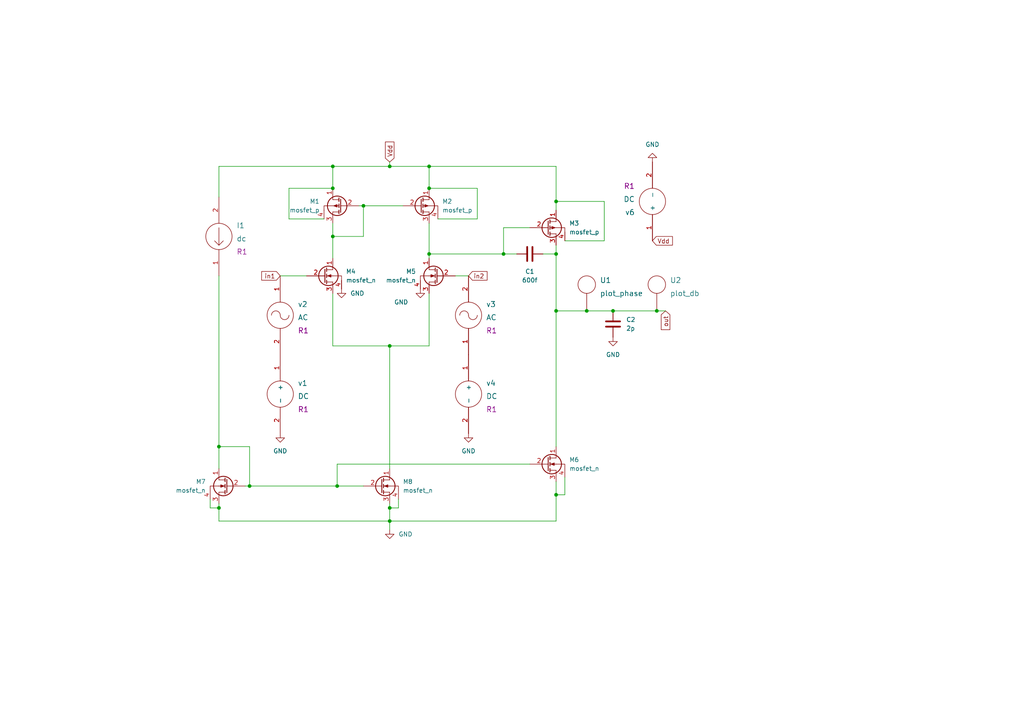
<source format=kicad_sch>
(kicad_sch (version 20211123) (generator eeschema)

  (uuid 3e930c8a-aef0-4208-b474-c51b47c52314)

  (paper "A4")

  (lib_symbols
    (symbol "eSim_Devices:capacitor" (pin_numbers hide) (pin_names (offset 0.254)) (in_bom yes) (on_board yes)
      (property "Reference" "C" (id 0) (at 0.635 2.54 0)
        (effects (font (size 1.27 1.27)) (justify left))
      )
      (property "Value" "capacitor" (id 1) (at 0.635 -2.54 0)
        (effects (font (size 1.27 1.27)) (justify left))
      )
      (property "Footprint" "" (id 2) (at 0.9652 -3.81 0)
        (effects (font (size 0.762 0.762)))
      )
      (property "Datasheet" "" (id 3) (at 0 0 0)
        (effects (font (size 1.524 1.524)))
      )
      (property "ki_fp_filters" "C_*" (id 4) (at 0 0 0)
        (effects (font (size 1.27 1.27)) hide)
      )
      (symbol "capacitor_0_1"
        (polyline
          (pts
            (xy -2.032 -0.762)
            (xy 2.032 -0.762)
          )
          (stroke (width 0.508) (type default) (color 0 0 0 0))
          (fill (type none))
        )
        (polyline
          (pts
            (xy -2.032 0.762)
            (xy 2.032 0.762)
          )
          (stroke (width 0.508) (type default) (color 0 0 0 0))
          (fill (type none))
        )
      )
      (symbol "capacitor_1_1"
        (pin passive line (at 0 3.81 270) (length 2.794)
          (name "~" (effects (font (size 1.016 1.016))))
          (number "1" (effects (font (size 1.016 1.016))))
        )
        (pin passive line (at 0 -3.81 90) (length 2.794)
          (name "~" (effects (font (size 1.016 1.016))))
          (number "2" (effects (font (size 1.016 1.016))))
        )
      )
    )
    (symbol "eSim_Devices:mosfet_n" (pin_names (offset 0) hide) (in_bom yes) (on_board yes)
      (property "Reference" "M" (id 0) (at 0 -3.81 0)
        (effects (font (size 1.27 1.27)) (justify right))
      )
      (property "Value" "mosfet_n" (id 1) (at 2.54 -1.27 0)
        (effects (font (size 1.27 1.27)) (justify right))
      )
      (property "Footprint" "" (id 2) (at 7.62 -7.62 0)
        (effects (font (size 0.7366 0.7366)))
      )
      (property "Datasheet" "" (id 3) (at 2.54 -5.08 0)
        (effects (font (size 1.524 1.524)))
      )
      (symbol "mosfet_n_0_1"
        (polyline
          (pts
            (xy 3.302 -7.366)
            (xy 3.302 -6.35)
          )
          (stroke (width 0.254) (type default) (color 0 0 0 0))
          (fill (type none))
        )
        (polyline
          (pts
            (xy 3.302 -6.858)
            (xy 5.08 -6.858)
          )
          (stroke (width 0) (type default) (color 0 0 0 0))
          (fill (type none))
        )
        (polyline
          (pts
            (xy 3.302 -5.588)
            (xy 3.302 -4.572)
          )
          (stroke (width 0.254) (type default) (color 0 0 0 0))
          (fill (type none))
        )
        (polyline
          (pts
            (xy 3.302 -5.08)
            (xy 5.08 -5.08)
          )
          (stroke (width 0) (type default) (color 0 0 0 0))
          (fill (type none))
        )
        (polyline
          (pts
            (xy 3.302 -3.81)
            (xy 3.302 -2.794)
          )
          (stroke (width 0.254) (type default) (color 0 0 0 0))
          (fill (type none))
        )
        (polyline
          (pts
            (xy 3.302 -3.302)
            (xy 5.08 -3.302)
          )
          (stroke (width 0) (type default) (color 0 0 0 0))
          (fill (type none))
        )
        (polyline
          (pts
            (xy 5.08 -7.62)
            (xy 5.08 -6.858)
          )
          (stroke (width 0) (type default) (color 0 0 0 0))
          (fill (type none))
        )
        (polyline
          (pts
            (xy 5.08 -3.302)
            (xy 5.08 -2.54)
          )
          (stroke (width 0) (type default) (color 0 0 0 0))
          (fill (type none))
        )
        (polyline
          (pts
            (xy 2.794 -6.985)
            (xy 2.794 -3.175)
            (xy 2.794 -3.175)
          )
          (stroke (width 0.254) (type default) (color 0 0 0 0))
          (fill (type none))
        )
        (polyline
          (pts
            (xy 5.08 -5.08)
            (xy 7.62 -5.08)
            (xy 7.62 -6.35)
          )
          (stroke (width 0) (type default) (color 0 0 0 0))
          (fill (type none))
        )
        (polyline
          (pts
            (xy 3.556 -5.08)
            (xy 4.572 -5.461)
            (xy 4.572 -4.699)
            (xy 3.556 -5.08)
          )
          (stroke (width 0) (type default) (color 0 0 0 0))
          (fill (type outline))
        )
        (circle (center 3.81 -5.08) (radius 2.8194)
          (stroke (width 0.254) (type default) (color 0 0 0 0))
          (fill (type none))
        )
      )
      (symbol "mosfet_n_1_1"
        (pin passive line (at 5.08 0 270) (length 2.54)
          (name "D" (effects (font (size 1.27 1.27))))
          (number "1" (effects (font (size 1.27 1.27))))
        )
        (pin passive line (at -2.54 -5.08 0) (length 5.334)
          (name "G" (effects (font (size 1.27 1.27))))
          (number "2" (effects (font (size 1.27 1.27))))
        )
        (pin passive line (at 5.08 -10.16 90) (length 2.54)
          (name "S" (effects (font (size 1.27 1.27))))
          (number "3" (effects (font (size 1.27 1.27))))
        )
        (pin passive line (at 7.62 -8.89 90) (length 2.4892)
          (name "B" (effects (font (size 1.1938 1.1938))))
          (number "4" (effects (font (size 1.1938 1.1938))))
        )
      )
    )
    (symbol "eSim_Devices:mosfet_p" (pin_names (offset 0) hide) (in_bom yes) (on_board yes)
      (property "Reference" "M" (id 0) (at -1.27 1.27 0)
        (effects (font (size 1.27 1.27)) (justify right))
      )
      (property "Value" "mosfet_p" (id 1) (at 1.27 3.81 0)
        (effects (font (size 1.27 1.27)) (justify right))
      )
      (property "Footprint" "" (id 2) (at 6.35 2.54 0)
        (effects (font (size 0.7366 0.7366)))
      )
      (property "Datasheet" "" (id 3) (at 1.27 0 0)
        (effects (font (size 1.524 1.524)))
      )
      (symbol "mosfet_p_0_1"
        (polyline
          (pts
            (xy 2.032 -1.778)
            (xy 3.81 -1.778)
          )
          (stroke (width 0) (type default) (color 0 0 0 0))
          (fill (type none))
        )
        (polyline
          (pts
            (xy 2.032 -1.27)
            (xy 2.032 -2.286)
          )
          (stroke (width 0.254) (type default) (color 0 0 0 0))
          (fill (type none))
        )
        (polyline
          (pts
            (xy 2.032 0)
            (xy 3.81 0)
          )
          (stroke (width 0) (type default) (color 0 0 0 0))
          (fill (type none))
        )
        (polyline
          (pts
            (xy 2.032 0.508)
            (xy 2.032 -0.508)
          )
          (stroke (width 0.254) (type default) (color 0 0 0 0))
          (fill (type none))
        )
        (polyline
          (pts
            (xy 2.032 1.778)
            (xy 3.81 1.778)
          )
          (stroke (width 0) (type default) (color 0 0 0 0))
          (fill (type none))
        )
        (polyline
          (pts
            (xy 2.032 2.286)
            (xy 2.032 1.27)
          )
          (stroke (width 0.254) (type default) (color 0 0 0 0))
          (fill (type none))
        )
        (polyline
          (pts
            (xy 3.81 -1.778)
            (xy 3.81 -2.54)
          )
          (stroke (width 0) (type default) (color 0 0 0 0))
          (fill (type none))
        )
        (polyline
          (pts
            (xy 3.81 2.54)
            (xy 3.81 1.778)
          )
          (stroke (width 0) (type default) (color 0 0 0 0))
          (fill (type none))
        )
        (polyline
          (pts
            (xy 1.524 1.905)
            (xy 1.524 -1.905)
            (xy 1.524 -1.905)
          )
          (stroke (width 0.254) (type default) (color 0 0 0 0))
          (fill (type none))
        )
        (polyline
          (pts
            (xy 3.81 0)
            (xy 6.35 0)
            (xy 6.35 -1.27)
          )
          (stroke (width 0) (type default) (color 0 0 0 0))
          (fill (type none))
        )
        (polyline
          (pts
            (xy 3.556 0)
            (xy 2.54 -0.381)
            (xy 2.54 0.381)
            (xy 3.556 0)
          )
          (stroke (width 0) (type default) (color 0 0 0 0))
          (fill (type outline))
        )
        (circle (center 2.54 0) (radius 2.8194)
          (stroke (width 0.254) (type default) (color 0 0 0 0))
          (fill (type none))
        )
      )
      (symbol "mosfet_p_1_1"
        (pin passive line (at 3.81 5.08 270) (length 2.54)
          (name "D" (effects (font (size 1.27 1.27))))
          (number "1" (effects (font (size 1.27 1.27))))
        )
        (pin passive line (at -3.81 0 0) (length 5.334)
          (name "G" (effects (font (size 1.27 1.27))))
          (number "2" (effects (font (size 1.27 1.27))))
        )
        (pin passive line (at 3.81 -5.08 90) (length 2.54)
          (name "S" (effects (font (size 1.27 1.27))))
          (number "3" (effects (font (size 1.27 1.27))))
        )
        (pin passive line (at 6.35 -3.81 90) (length 2.54)
          (name "B" (effects (font (size 1.27 1.27))))
          (number "4" (effects (font (size 1.27 1.27))))
        )
      )
    )
    (symbol "eSim_Plot:plot_db" (pin_names (offset 1.016)) (in_bom yes) (on_board yes)
      (property "Reference" "U" (id 0) (at 0 12.7 0)
        (effects (font (size 1.524 1.524)))
      )
      (property "Value" "plot_db" (id 1) (at 5.08 8.89 0)
        (effects (font (size 1.524 1.524)))
      )
      (property "Footprint" "" (id 2) (at 0 0 0)
        (effects (font (size 1.524 1.524)))
      )
      (property "Datasheet" "" (id 3) (at 0 0 0)
        (effects (font (size 1.524 1.524)))
      )
      (symbol "plot_db_0_1"
        (circle (center 0 12.7) (radius 2.54)
          (stroke (width 0) (type default) (color 0 0 0 0))
          (fill (type none))
        )
      )
      (symbol "plot_db_1_1"
        (pin input line (at 0 5.08 90) (length 5.08)
          (name "~" (effects (font (size 1.27 1.27))))
          (number "~" (effects (font (size 1.27 1.27))))
        )
      )
    )
    (symbol "eSim_Plot:plot_phase" (pin_names (offset 1.016)) (in_bom yes) (on_board yes)
      (property "Reference" "U" (id 0) (at 0 12.7 0)
        (effects (font (size 1.524 1.524)))
      )
      (property "Value" "plot_phase" (id 1) (at 6.35 8.89 0)
        (effects (font (size 1.524 1.524)))
      )
      (property "Footprint" "" (id 2) (at 0 0 0)
        (effects (font (size 1.524 1.524)))
      )
      (property "Datasheet" "" (id 3) (at 0 0 0)
        (effects (font (size 1.524 1.524)))
      )
      (symbol "plot_phase_0_1"
        (circle (center 0 12.7) (radius 2.54)
          (stroke (width 0) (type default) (color 0 0 0 0))
          (fill (type none))
        )
      )
      (symbol "plot_phase_1_1"
        (pin input line (at 0 5.08 90) (length 5.08)
          (name "~" (effects (font (size 1.27 1.27))))
          (number "~" (effects (font (size 1.27 1.27))))
        )
      )
    )
    (symbol "eSim_Power:eSim_GND" (power) (pin_names (offset 0)) (in_bom yes) (on_board yes)
      (property "Reference" "#PWR" (id 0) (at 0 -6.35 0)
        (effects (font (size 1.27 1.27)) hide)
      )
      (property "Value" "eSim_GND" (id 1) (at 0 -3.81 0)
        (effects (font (size 1.27 1.27)))
      )
      (property "Footprint" "" (id 2) (at 0 0 0)
        (effects (font (size 1.27 1.27)) hide)
      )
      (property "Datasheet" "" (id 3) (at 0 0 0)
        (effects (font (size 1.27 1.27)) hide)
      )
      (symbol "eSim_GND_0_1"
        (polyline
          (pts
            (xy 0 0)
            (xy 0 -1.27)
            (xy 1.27 -1.27)
            (xy 0 -2.54)
            (xy -1.27 -1.27)
            (xy 0 -1.27)
          )
          (stroke (width 0) (type default) (color 0 0 0 0))
          (fill (type none))
        )
      )
      (symbol "eSim_GND_1_1"
        (pin power_in line (at 0 0 270) (length 0) hide
          (name "GND" (effects (font (size 1.27 1.27))))
          (number "1" (effects (font (size 1.27 1.27))))
        )
      )
    )
    (symbol "eSim_Sources:AC" (pin_names (offset 1.016)) (in_bom yes) (on_board yes)
      (property "Reference" "v" (id 0) (at -5.08 2.54 0)
        (effects (font (size 1.524 1.524)))
      )
      (property "Value" "AC" (id 1) (at -5.08 -1.27 0)
        (effects (font (size 1.524 1.524)))
      )
      (property "Footprint" "R1" (id 2) (at -7.62 0 0)
        (effects (font (size 1.524 1.524)))
      )
      (property "Datasheet" "" (id 3) (at 0 0 0)
        (effects (font (size 1.524 1.524)))
      )
      (property "ki_fp_filters" "1_pin" (id 4) (at 0 0 0)
        (effects (font (size 1.27 1.27)) hide)
      )
      (symbol "AC_0_1"
        (arc (start 0 0) (mid -1.27 1.27) (end -2.54 0)
          (stroke (width 0) (type default) (color 0 0 0 0))
          (fill (type none))
        )
        (arc (start 0 0) (mid 1.27 -1.27) (end 2.54 0)
          (stroke (width 0) (type default) (color 0 0 0 0))
          (fill (type none))
        )
        (circle (center 0 0) (radius 3.81)
          (stroke (width 0) (type default) (color 0 0 0 0))
          (fill (type none))
        )
      )
      (symbol "AC_1_1"
        (pin input line (at 0 11.43 270) (length 7.62)
          (name "+" (effects (font (size 0 0))))
          (number "1" (effects (font (size 1.27 1.27))))
        )
        (pin input line (at 0 -11.43 90) (length 7.62)
          (name "-" (effects (font (size 0 0))))
          (number "2" (effects (font (size 1.27 1.27))))
        )
      )
    )
    (symbol "eSim_Sources:DC" (pin_names (offset 1.016)) (in_bom yes) (on_board yes)
      (property "Reference" "v" (id 0) (at -5.08 2.54 0)
        (effects (font (size 1.524 1.524)))
      )
      (property "Value" "DC" (id 1) (at -5.08 -1.27 0)
        (effects (font (size 1.524 1.524)))
      )
      (property "Footprint" "R1" (id 2) (at -7.62 0 0)
        (effects (font (size 1.524 1.524)))
      )
      (property "Datasheet" "" (id 3) (at 0 0 0)
        (effects (font (size 1.524 1.524)))
      )
      (property "ki_fp_filters" "1_pin" (id 4) (at 0 0 0)
        (effects (font (size 1.27 1.27)) hide)
      )
      (symbol "DC_0_1"
        (circle (center 0 0) (radius 3.81)
          (stroke (width 0) (type default) (color 0 0 0 0))
          (fill (type none))
        )
      )
      (symbol "DC_1_1"
        (pin power_out line (at 0 11.43 270) (length 7.62)
          (name "+" (effects (font (size 1.27 1.27))))
          (number "1" (effects (font (size 1.27 1.27))))
        )
        (pin power_out line (at 0 -11.43 90) (length 7.62)
          (name "-" (effects (font (size 1.27 1.27))))
          (number "2" (effects (font (size 1.27 1.27))))
        )
      )
    )
    (symbol "eSim_Sources:dc" (pin_names (offset 1.016)) (in_bom yes) (on_board yes)
      (property "Reference" "I" (id 0) (at -5.08 2.54 0)
        (effects (font (size 1.524 1.524)))
      )
      (property "Value" "dc" (id 1) (at -5.08 -1.27 0)
        (effects (font (size 1.524 1.524)))
      )
      (property "Footprint" "R1" (id 2) (at -7.62 0 0)
        (effects (font (size 1.524 1.524)))
      )
      (property "Datasheet" "" (id 3) (at 0 0 0)
        (effects (font (size 1.524 1.524)))
      )
      (property "ki_fp_filters" "1_pin" (id 4) (at 0 0 0)
        (effects (font (size 1.27 1.27)) hide)
      )
      (symbol "dc_0_1"
        (polyline
          (pts
            (xy 0 -2.54)
            (xy 0 -2.54)
          )
          (stroke (width 0) (type default) (color 0 0 0 0))
          (fill (type none))
        )
        (polyline
          (pts
            (xy 0 2.54)
            (xy -1.27 1.27)
          )
          (stroke (width 0) (type default) (color 0 0 0 0))
          (fill (type none))
        )
        (polyline
          (pts
            (xy 0 2.54)
            (xy 0 -2.54)
          )
          (stroke (width 0) (type default) (color 0 0 0 0))
          (fill (type none))
        )
        (polyline
          (pts
            (xy 0 2.54)
            (xy 1.27 1.27)
          )
          (stroke (width 0) (type default) (color 0 0 0 0))
          (fill (type none))
        )
        (circle (center 0 0) (radius 3.81)
          (stroke (width 0) (type default) (color 0 0 0 0))
          (fill (type none))
        )
      )
      (symbol "dc_1_1"
        (pin passive line (at 0 11.43 270) (length 7.62)
          (name "~" (effects (font (size 1.27 1.27))))
          (number "1" (effects (font (size 1.27 1.27))))
        )
        (pin passive line (at 0 -11.43 90) (length 7.62)
          (name "~" (effects (font (size 1.27 1.27))))
          (number "2" (effects (font (size 1.27 1.27))))
        )
      )
    )
  )

  (junction (at 177.8 90.17) (diameter 0) (color 0 0 0 0)
    (uuid 23740e8d-2c24-4a84-a932-1857b63d5647)
  )
  (junction (at 124.46 48.26) (diameter 0) (color 0 0 0 0)
    (uuid 2953a720-0d86-49fe-b58c-8c6291943f0f)
  )
  (junction (at 161.29 73.66) (diameter 0) (color 0 0 0 0)
    (uuid 2fa18a60-3b0a-47b7-bd04-322951a12ea1)
  )
  (junction (at 113.03 147.32) (diameter 0) (color 0 0 0 0)
    (uuid 35395efb-e2ad-4f3d-9daa-fe00805a60f9)
  )
  (junction (at 113.03 48.26) (diameter 0) (color 0 0 0 0)
    (uuid 3da07334-cf8d-4442-8f21-adc904af9215)
  )
  (junction (at 161.29 90.17) (diameter 0) (color 0 0 0 0)
    (uuid 3e3cb9ec-3aee-47bb-a29e-51aa5da58093)
  )
  (junction (at 161.29 58.42) (diameter 0) (color 0 0 0 0)
    (uuid 3e96a495-3985-4c6c-a87d-783aca3f32ac)
  )
  (junction (at 113.03 151.13) (diameter 0) (color 0 0 0 0)
    (uuid 41e6f5aa-c969-4383-91da-ca567d6b8efd)
  )
  (junction (at 113.03 100.33) (diameter 0) (color 0 0 0 0)
    (uuid 4a6616b7-97b4-4430-9da1-3174813b5992)
  )
  (junction (at 96.52 68.58) (diameter 0) (color 0 0 0 0)
    (uuid 4b372a70-6322-4a45-aca5-9bee4ec5f66b)
  )
  (junction (at 146.05 73.66) (diameter 0) (color 0 0 0 0)
    (uuid 4babb3c9-ee60-477b-86f1-ff12ebae82eb)
  )
  (junction (at 124.46 73.66) (diameter 0) (color 0 0 0 0)
    (uuid 6e2ae9ab-fc46-485f-8d7c-8071bf887660)
  )
  (junction (at 97.79 140.97) (diameter 0) (color 0 0 0 0)
    (uuid 96d43853-9fc6-49d1-9f95-93518f6958eb)
  )
  (junction (at 170.18 90.17) (diameter 0) (color 0 0 0 0)
    (uuid a50fb26d-413a-497c-a37e-a32c297ddebb)
  )
  (junction (at 63.5 147.32) (diameter 0) (color 0 0 0 0)
    (uuid aa8af83f-6c83-43c3-8c0c-a40a9527ff4c)
  )
  (junction (at 96.52 48.26) (diameter 0) (color 0 0 0 0)
    (uuid cb9e7d3c-6ab3-4983-a4bb-8cd9ad93bb6f)
  )
  (junction (at 190.5 90.17) (diameter 0) (color 0 0 0 0)
    (uuid d4b7336d-24bc-4864-ad16-70398f9f0bb0)
  )
  (junction (at 96.52 54.61) (diameter 0) (color 0 0 0 0)
    (uuid d584f56f-fcba-4933-af67-8cb9972c5740)
  )
  (junction (at 161.29 143.51) (diameter 0) (color 0 0 0 0)
    (uuid e2622855-7ce6-4659-9c16-8f20a9dc7cbd)
  )
  (junction (at 124.46 54.61) (diameter 0) (color 0 0 0 0)
    (uuid e4ee8c18-3314-4b90-8f81-a3678fd64f86)
  )
  (junction (at 63.5 129.54) (diameter 0) (color 0 0 0 0)
    (uuid e87bf19a-0a4c-4a37-8ee6-91383138b9e5)
  )
  (junction (at 72.39 140.97) (diameter 0) (color 0 0 0 0)
    (uuid e9a96a49-1ccd-42cd-86d2-75bfc43450fb)
  )
  (junction (at 105.41 59.69) (diameter 0) (color 0 0 0 0)
    (uuid eab495b2-36c3-4da7-8485-7c00a17c5d1d)
  )

  (wire (pts (xy 124.46 54.61) (xy 138.43 54.61))
    (stroke (width 0) (type default) (color 0 0 0 0))
    (uuid 03b45f14-9d21-450d-8ecd-5c202bf41ebe)
  )
  (wire (pts (xy 113.03 100.33) (xy 113.03 135.89))
    (stroke (width 0) (type default) (color 0 0 0 0))
    (uuid 03d223ad-99bb-450b-8d45-74b4b228cb83)
  )
  (wire (pts (xy 72.39 140.97) (xy 97.79 140.97))
    (stroke (width 0) (type default) (color 0 0 0 0))
    (uuid 04a22922-449a-4a53-b880-bf240be048e2)
  )
  (wire (pts (xy 124.46 64.77) (xy 124.46 73.66))
    (stroke (width 0) (type default) (color 0 0 0 0))
    (uuid 09156a2b-d685-4a0b-a00c-f6387d8006fd)
  )
  (wire (pts (xy 161.29 73.66) (xy 161.29 90.17))
    (stroke (width 0) (type default) (color 0 0 0 0))
    (uuid 14b8e575-15b0-4429-8326-00b0fd64722a)
  )
  (wire (pts (xy 113.03 147.32) (xy 113.03 151.13))
    (stroke (width 0) (type default) (color 0 0 0 0))
    (uuid 26c84a90-eba7-4772-b14a-f03223f50cae)
  )
  (wire (pts (xy 161.29 71.12) (xy 161.29 73.66))
    (stroke (width 0) (type default) (color 0 0 0 0))
    (uuid 2928179d-55c6-452b-825e-903a25f36388)
  )
  (wire (pts (xy 96.52 64.77) (xy 96.52 68.58))
    (stroke (width 0) (type default) (color 0 0 0 0))
    (uuid 2aee71db-43d2-4792-bed3-059bd1a16a6c)
  )
  (wire (pts (xy 175.26 69.85) (xy 175.26 58.42))
    (stroke (width 0) (type default) (color 0 0 0 0))
    (uuid 2b38064e-6bb2-4de4-a275-fb13bb9e63f3)
  )
  (wire (pts (xy 163.83 138.43) (xy 163.83 143.51))
    (stroke (width 0) (type default) (color 0 0 0 0))
    (uuid 2e0467f6-2ebd-4421-83c6-f931914f673c)
  )
  (wire (pts (xy 163.83 69.85) (xy 175.26 69.85))
    (stroke (width 0) (type default) (color 0 0 0 0))
    (uuid 2e8fb7ad-325d-4784-86d6-5db39dda7a5c)
  )
  (wire (pts (xy 115.57 144.78) (xy 115.57 147.32))
    (stroke (width 0) (type default) (color 0 0 0 0))
    (uuid 38b75df2-11b2-46d6-bd31-e5d939d40031)
  )
  (wire (pts (xy 146.05 73.66) (xy 149.86 73.66))
    (stroke (width 0) (type default) (color 0 0 0 0))
    (uuid 3ab600cf-f8a4-462e-91cc-da54095f8e1f)
  )
  (wire (pts (xy 124.46 73.66) (xy 146.05 73.66))
    (stroke (width 0) (type default) (color 0 0 0 0))
    (uuid 3c7390b9-db2f-4723-b4f7-d0c63661d849)
  )
  (wire (pts (xy 132.08 80.01) (xy 135.89 80.01))
    (stroke (width 0) (type default) (color 0 0 0 0))
    (uuid 4511d785-dc75-47b2-8a7d-b2b32e345186)
  )
  (wire (pts (xy 97.79 140.97) (xy 105.41 140.97))
    (stroke (width 0) (type default) (color 0 0 0 0))
    (uuid 475c62af-0bac-44b7-9089-30109ebc4e13)
  )
  (wire (pts (xy 63.5 57.15) (xy 63.5 48.26))
    (stroke (width 0) (type default) (color 0 0 0 0))
    (uuid 482512e4-6e4d-4c97-9918-cbc6e9d829fb)
  )
  (wire (pts (xy 83.82 54.61) (xy 96.52 54.61))
    (stroke (width 0) (type default) (color 0 0 0 0))
    (uuid 4958af75-77d2-454b-abc7-844fc1fad39b)
  )
  (wire (pts (xy 60.96 144.78) (xy 60.96 147.32))
    (stroke (width 0) (type default) (color 0 0 0 0))
    (uuid 4cb62860-604d-4eee-8f42-2116f53f29ac)
  )
  (wire (pts (xy 63.5 151.13) (xy 113.03 151.13))
    (stroke (width 0) (type default) (color 0 0 0 0))
    (uuid 4cd6a514-ba97-4409-b156-9912aa9956d8)
  )
  (wire (pts (xy 81.28 80.01) (xy 88.9 80.01))
    (stroke (width 0) (type default) (color 0 0 0 0))
    (uuid 4d21b7c0-7355-4633-98cd-7f594fe86dc7)
  )
  (wire (pts (xy 96.52 68.58) (xy 96.52 74.93))
    (stroke (width 0) (type default) (color 0 0 0 0))
    (uuid 50e9b2f2-c085-4a0d-8008-5475a21e9a63)
  )
  (wire (pts (xy 63.5 129.54) (xy 63.5 135.89))
    (stroke (width 0) (type default) (color 0 0 0 0))
    (uuid 5242816a-759f-402d-bfb1-29ab8cb5b631)
  )
  (wire (pts (xy 113.03 146.05) (xy 113.03 147.32))
    (stroke (width 0) (type default) (color 0 0 0 0))
    (uuid 5255d87e-ebb3-45dc-aaa6-ec2a221addb0)
  )
  (wire (pts (xy 63.5 146.05) (xy 63.5 147.32))
    (stroke (width 0) (type default) (color 0 0 0 0))
    (uuid 5adbe1d8-6345-430f-b5fe-294c8b8fad70)
  )
  (wire (pts (xy 104.14 59.69) (xy 105.41 59.69))
    (stroke (width 0) (type default) (color 0 0 0 0))
    (uuid 632123a4-b30f-4402-9c09-58fe582a847f)
  )
  (wire (pts (xy 72.39 129.54) (xy 72.39 140.97))
    (stroke (width 0) (type default) (color 0 0 0 0))
    (uuid 63ed4b2c-5458-470a-8f8b-d5e5e1e41554)
  )
  (wire (pts (xy 96.52 48.26) (xy 113.03 48.26))
    (stroke (width 0) (type default) (color 0 0 0 0))
    (uuid 64ff8f29-eaa0-493c-a81a-86e2d10aab11)
  )
  (wire (pts (xy 161.29 139.7) (xy 161.29 143.51))
    (stroke (width 0) (type default) (color 0 0 0 0))
    (uuid 6fe50e1d-b8c1-4c12-bfe9-93e346237b00)
  )
  (wire (pts (xy 124.46 48.26) (xy 161.29 48.26))
    (stroke (width 0) (type default) (color 0 0 0 0))
    (uuid 759070e3-d791-4d34-ad07-7bc15af2a4e8)
  )
  (wire (pts (xy 105.41 59.69) (xy 116.84 59.69))
    (stroke (width 0) (type default) (color 0 0 0 0))
    (uuid 7591eda9-7bd0-4923-96db-80ee503927fc)
  )
  (wire (pts (xy 105.41 59.69) (xy 105.41 68.58))
    (stroke (width 0) (type default) (color 0 0 0 0))
    (uuid 77731ae3-b318-4a4e-980b-0f99a9c3d552)
  )
  (wire (pts (xy 96.52 54.61) (xy 96.52 48.26))
    (stroke (width 0) (type default) (color 0 0 0 0))
    (uuid 7ba8fff9-29d5-4e9f-bfa7-3eff7c6684a3)
  )
  (wire (pts (xy 157.48 73.66) (xy 161.29 73.66))
    (stroke (width 0) (type default) (color 0 0 0 0))
    (uuid 806ebe90-0741-471f-b0f0-a4ed8531e769)
  )
  (wire (pts (xy 124.46 73.66) (xy 124.46 74.93))
    (stroke (width 0) (type default) (color 0 0 0 0))
    (uuid 828d4f26-f517-4d08-840c-e1b2f52fda14)
  )
  (wire (pts (xy 113.03 151.13) (xy 161.29 151.13))
    (stroke (width 0) (type default) (color 0 0 0 0))
    (uuid 86dbf258-2922-4bd9-9dfa-3493733951fb)
  )
  (wire (pts (xy 113.03 147.32) (xy 115.57 147.32))
    (stroke (width 0) (type default) (color 0 0 0 0))
    (uuid 8812af85-74bf-4782-a292-e2ae99cb84ea)
  )
  (wire (pts (xy 161.29 143.51) (xy 161.29 151.13))
    (stroke (width 0) (type default) (color 0 0 0 0))
    (uuid 8882e6b3-d3ae-4ee2-b9d9-45c14fb500a3)
  )
  (wire (pts (xy 177.8 90.17) (xy 190.5 90.17))
    (stroke (width 0) (type default) (color 0 0 0 0))
    (uuid 8ad26073-3cb4-4084-bf00-369f6ca1b19f)
  )
  (wire (pts (xy 113.03 153.67) (xy 113.03 151.13))
    (stroke (width 0) (type default) (color 0 0 0 0))
    (uuid 8fab7ce4-94c9-428c-96ea-cb58ab654cbb)
  )
  (wire (pts (xy 146.05 66.04) (xy 146.05 73.66))
    (stroke (width 0) (type default) (color 0 0 0 0))
    (uuid 8fe8b63a-b3b2-4c6b-8f2b-fe7d6180df58)
  )
  (wire (pts (xy 127 63.5) (xy 138.43 63.5))
    (stroke (width 0) (type default) (color 0 0 0 0))
    (uuid 9f2a608b-6070-4184-9df4-38608a9e0bcb)
  )
  (wire (pts (xy 96.52 100.33) (xy 113.03 100.33))
    (stroke (width 0) (type default) (color 0 0 0 0))
    (uuid a25f970c-9a10-4e3b-9372-b50be5776aba)
  )
  (wire (pts (xy 113.03 100.33) (xy 124.46 100.33))
    (stroke (width 0) (type default) (color 0 0 0 0))
    (uuid a2c3bf4f-cd46-4257-88b2-18c164cf8f2c)
  )
  (wire (pts (xy 63.5 129.54) (xy 72.39 129.54))
    (stroke (width 0) (type default) (color 0 0 0 0))
    (uuid a33d4d8b-a7be-4a08-a9de-8d1b4ccde58f)
  )
  (wire (pts (xy 97.79 134.62) (xy 97.79 140.97))
    (stroke (width 0) (type default) (color 0 0 0 0))
    (uuid a7ce6926-f061-4e40-bc79-b8f551f5400e)
  )
  (wire (pts (xy 153.67 66.04) (xy 146.05 66.04))
    (stroke (width 0) (type default) (color 0 0 0 0))
    (uuid a876edff-7861-439e-8f54-b6eb7a2f6824)
  )
  (wire (pts (xy 161.29 143.51) (xy 163.83 143.51))
    (stroke (width 0) (type default) (color 0 0 0 0))
    (uuid a98657f0-13c9-43a2-b7b3-1acad5c6dd76)
  )
  (wire (pts (xy 170.18 90.17) (xy 177.8 90.17))
    (stroke (width 0) (type default) (color 0 0 0 0))
    (uuid ae3d29ba-eecc-4865-8820-7158c2af8603)
  )
  (wire (pts (xy 138.43 63.5) (xy 138.43 54.61))
    (stroke (width 0) (type default) (color 0 0 0 0))
    (uuid b4aa091b-e8e4-4d5f-a95f-845aa0efe72d)
  )
  (wire (pts (xy 93.98 63.5) (xy 83.82 63.5))
    (stroke (width 0) (type default) (color 0 0 0 0))
    (uuid b699af65-2bf2-4bf0-a44b-a039e47098fa)
  )
  (wire (pts (xy 124.46 48.26) (xy 124.46 54.61))
    (stroke (width 0) (type default) (color 0 0 0 0))
    (uuid b6b02368-0890-4242-b7a3-62af4e2725d0)
  )
  (wire (pts (xy 161.29 90.17) (xy 161.29 129.54))
    (stroke (width 0) (type default) (color 0 0 0 0))
    (uuid b9a4a1fa-bf15-4d8c-83a0-9288f95e8b68)
  )
  (wire (pts (xy 190.5 90.17) (xy 193.04 90.17))
    (stroke (width 0) (type default) (color 0 0 0 0))
    (uuid bb3bff74-6a6d-4af5-b9be-6727123ebd41)
  )
  (wire (pts (xy 161.29 90.17) (xy 170.18 90.17))
    (stroke (width 0) (type default) (color 0 0 0 0))
    (uuid bb55ed04-6aca-41f2-9817-1d0e082485ba)
  )
  (wire (pts (xy 96.52 85.09) (xy 96.52 100.33))
    (stroke (width 0) (type default) (color 0 0 0 0))
    (uuid c715fee0-330e-4973-8d9f-2a5b0e31a352)
  )
  (wire (pts (xy 63.5 48.26) (xy 96.52 48.26))
    (stroke (width 0) (type default) (color 0 0 0 0))
    (uuid c8bd22a3-231f-4a53-a14f-09fe3a0fff54)
  )
  (wire (pts (xy 113.03 46.99) (xy 113.03 48.26))
    (stroke (width 0) (type default) (color 0 0 0 0))
    (uuid c8d16cbb-9ca7-41ca-91bf-695d6dd13828)
  )
  (wire (pts (xy 124.46 85.09) (xy 124.46 100.33))
    (stroke (width 0) (type default) (color 0 0 0 0))
    (uuid d5959a4b-6040-4a34-a3bc-eba9ab445ba1)
  )
  (wire (pts (xy 71.12 140.97) (xy 72.39 140.97))
    (stroke (width 0) (type default) (color 0 0 0 0))
    (uuid da8a7ed6-7a1d-4d9a-b916-b6c8fb25b12c)
  )
  (wire (pts (xy 97.79 134.62) (xy 153.67 134.62))
    (stroke (width 0) (type default) (color 0 0 0 0))
    (uuid dbf7a919-6c8c-43a3-a657-9ee7a5be81c2)
  )
  (wire (pts (xy 161.29 58.42) (xy 175.26 58.42))
    (stroke (width 0) (type default) (color 0 0 0 0))
    (uuid e3b47b6a-d94f-413b-9c0a-617b033fc213)
  )
  (wire (pts (xy 83.82 54.61) (xy 83.82 63.5))
    (stroke (width 0) (type default) (color 0 0 0 0))
    (uuid e53670f4-2cc9-492e-b6e9-2c9b714027ab)
  )
  (wire (pts (xy 60.96 147.32) (xy 63.5 147.32))
    (stroke (width 0) (type default) (color 0 0 0 0))
    (uuid e5bf4b43-318e-4e9e-95cf-1e9de71fa6d0)
  )
  (wire (pts (xy 161.29 58.42) (xy 161.29 60.96))
    (stroke (width 0) (type default) (color 0 0 0 0))
    (uuid e75048f9-143e-448c-9e1a-ecdbff979be2)
  )
  (wire (pts (xy 96.52 68.58) (xy 105.41 68.58))
    (stroke (width 0) (type default) (color 0 0 0 0))
    (uuid e87917e3-f674-4524-98ae-7b2a3d5c3f6b)
  )
  (wire (pts (xy 161.29 48.26) (xy 161.29 58.42))
    (stroke (width 0) (type default) (color 0 0 0 0))
    (uuid f684215e-cabf-4cfb-9140-3a9e0c66fff1)
  )
  (wire (pts (xy 63.5 80.01) (xy 63.5 129.54))
    (stroke (width 0) (type default) (color 0 0 0 0))
    (uuid f84482dd-ac29-4171-9f2d-79b60b349696)
  )
  (wire (pts (xy 113.03 48.26) (xy 124.46 48.26))
    (stroke (width 0) (type default) (color 0 0 0 0))
    (uuid f89a8917-c75c-48ff-8c9e-29e2bfaa21bd)
  )
  (wire (pts (xy 63.5 147.32) (xy 63.5 151.13))
    (stroke (width 0) (type default) (color 0 0 0 0))
    (uuid fd53219e-0e16-4d0a-8f21-3a1421c91a6e)
  )

  (global_label "in1" (shape input) (at 81.28 80.01 180) (fields_autoplaced)
    (effects (font (size 1.27 1.27)) (justify right))
    (uuid 19a1e778-fe47-4573-8199-39ca3d417173)
    (property "Intersheet References" "${INTERSHEET_REFS}" (id 0) (at 75.9036 79.9306 0)
      (effects (font (size 1.27 1.27)) (justify right) hide)
    )
  )
  (global_label "Vdd" (shape input) (at 189.23 69.85 0) (fields_autoplaced)
    (effects (font (size 1.27 1.27)) (justify left))
    (uuid 1e8d7b62-92ee-4636-8b11-896295dffea6)
    (property "Intersheet References" "${INTERSHEET_REFS}" (id 0) (at 195.0298 69.7706 0)
      (effects (font (size 1.27 1.27)) (justify left) hide)
    )
  )
  (global_label "Vdd" (shape input) (at 113.03 46.99 90) (fields_autoplaced)
    (effects (font (size 1.27 1.27)) (justify left))
    (uuid 368ddd80-5a28-410d-9de9-e27436e6fd7a)
    (property "Intersheet References" "${INTERSHEET_REFS}" (id 0) (at 112.9506 41.1902 90)
      (effects (font (size 1.27 1.27)) (justify left) hide)
    )
  )
  (global_label "out" (shape input) (at 193.04 90.17 270) (fields_autoplaced)
    (effects (font (size 1.27 1.27)) (justify right))
    (uuid a98787b5-caae-439c-a0e5-2b80ea071739)
    (property "Intersheet References" "${INTERSHEET_REFS}" (id 0) (at 193.1194 95.6069 90)
      (effects (font (size 1.27 1.27)) (justify right) hide)
    )
  )
  (global_label "in2" (shape input) (at 135.89 80.01 0) (fields_autoplaced)
    (effects (font (size 1.27 1.27)) (justify left))
    (uuid afffee7d-ced4-45e6-83dd-6c9b075d0f14)
    (property "Intersheet References" "${INTERSHEET_REFS}" (id 0) (at 141.2664 79.9306 0)
      (effects (font (size 1.27 1.27)) (justify left) hide)
    )
  )

  (symbol (lib_id "eSim_Sources:DC") (at 135.89 114.3 0) (unit 1)
    (in_bom yes) (on_board yes) (fields_autoplaced)
    (uuid 081470ca-42b1-4d2c-be67-84d30ee09456)
    (property "Reference" "v4" (id 0) (at 140.97 111.125 0)
      (effects (font (size 1.524 1.524)) (justify left))
    )
    (property "Value" "DC" (id 1) (at 140.97 114.935 0)
      (effects (font (size 1.524 1.524)) (justify left))
    )
    (property "Footprint" "R1" (id 2) (at 140.97 118.745 0)
      (effects (font (size 1.524 1.524)) (justify left))
    )
    (property "Datasheet" "" (id 3) (at 135.89 114.3 0)
      (effects (font (size 1.524 1.524)))
    )
    (pin "1" (uuid 90894fe9-4ba8-41c1-a2db-63dfccdd5641))
    (pin "2" (uuid e124066b-feb9-4066-8fd6-b987511b6ae2))
  )

  (symbol (lib_id "eSim_Devices:mosfet_p") (at 120.65 59.69 0) (unit 1)
    (in_bom yes) (on_board yes) (fields_autoplaced)
    (uuid 0bde9d96-44fb-4ddc-8b68-baac0ace7e11)
    (property "Reference" "M2" (id 0) (at 128.27 58.4199 0)
      (effects (font (size 1.27 1.27)) (justify left))
    )
    (property "Value" "mosfet_p" (id 1) (at 128.27 60.9599 0)
      (effects (font (size 1.27 1.27)) (justify left))
    )
    (property "Footprint" "" (id 2) (at 127 57.15 0)
      (effects (font (size 0.7366 0.7366)))
    )
    (property "Datasheet" "" (id 3) (at 121.92 59.69 0)
      (effects (font (size 1.524 1.524)))
    )
    (pin "1" (uuid d66079fa-6266-4275-bbbe-f7758a687ba5))
    (pin "2" (uuid 4aec6f30-ae5f-459f-8056-6c57d914a0c5))
    (pin "3" (uuid 75a562a5-1af8-4a24-85cb-a950b3ea4240))
    (pin "4" (uuid e97b9c95-fe79-413d-97fc-4c9a0496573c))
  )

  (symbol (lib_id "eSim_Sources:DC") (at 189.23 58.42 180) (unit 1)
    (in_bom yes) (on_board yes) (fields_autoplaced)
    (uuid 0d6c508a-ac26-41bb-aecc-91ba4a4cf5a6)
    (property "Reference" "v6" (id 0) (at 184.15 61.595 0)
      (effects (font (size 1.524 1.524)) (justify left))
    )
    (property "Value" "DC" (id 1) (at 184.15 57.785 0)
      (effects (font (size 1.524 1.524)) (justify left))
    )
    (property "Footprint" "R1" (id 2) (at 184.15 53.975 0)
      (effects (font (size 1.524 1.524)) (justify left))
    )
    (property "Datasheet" "" (id 3) (at 189.23 58.42 0)
      (effects (font (size 1.524 1.524)))
    )
    (pin "1" (uuid 19ea905a-d1ce-4ba2-ada4-cc44bbe3c073))
    (pin "2" (uuid 48895fd4-d67a-4adc-be29-8d7e9d224f59))
  )

  (symbol (lib_id "eSim_Plot:plot_db") (at 190.5 95.25 0) (unit 1)
    (in_bom yes) (on_board yes) (fields_autoplaced)
    (uuid 11d65240-96e1-45ef-b1c8-e7b8c21b4764)
    (property "Reference" "U2" (id 0) (at 194.31 81.28 0)
      (effects (font (size 1.524 1.524)) (justify left))
    )
    (property "Value" "plot_db" (id 1) (at 194.31 85.09 0)
      (effects (font (size 1.524 1.524)) (justify left))
    )
    (property "Footprint" "" (id 2) (at 190.5 95.25 0)
      (effects (font (size 1.524 1.524)))
    )
    (property "Datasheet" "" (id 3) (at 190.5 95.25 0)
      (effects (font (size 1.524 1.524)))
    )
    (pin "~" (uuid 178806e6-48f8-4806-b461-705b69dfb546))
  )

  (symbol (lib_id "eSim_Power:eSim_GND") (at 121.92 83.82 0) (unit 1)
    (in_bom yes) (on_board yes)
    (uuid 195afc91-ab80-4c02-8990-f24ae6ba093d)
    (property "Reference" "#PWR02" (id 0) (at 121.92 90.17 0)
      (effects (font (size 1.27 1.27)) hide)
    )
    (property "Value" "eSim_GND" (id 1) (at 114.3 87.63 0)
      (effects (font (size 1.27 1.27)) (justify left))
    )
    (property "Footprint" "" (id 2) (at 121.92 83.82 0)
      (effects (font (size 1.27 1.27)) hide)
    )
    (property "Datasheet" "" (id 3) (at 121.92 83.82 0)
      (effects (font (size 1.27 1.27)) hide)
    )
    (pin "1" (uuid 6be10daf-3216-42e7-8d0c-913a8a389ec4))
  )

  (symbol (lib_id "eSim_Power:eSim_GND") (at 135.89 125.73 0) (unit 1)
    (in_bom yes) (on_board yes) (fields_autoplaced)
    (uuid 2ae30b89-8612-4baf-98e2-12148668b2d9)
    (property "Reference" "#PWR06" (id 0) (at 135.89 132.08 0)
      (effects (font (size 1.27 1.27)) hide)
    )
    (property "Value" "eSim_GND" (id 1) (at 135.89 130.81 0))
    (property "Footprint" "" (id 2) (at 135.89 125.73 0)
      (effects (font (size 1.27 1.27)) hide)
    )
    (property "Datasheet" "" (id 3) (at 135.89 125.73 0)
      (effects (font (size 1.27 1.27)) hide)
    )
    (pin "1" (uuid 0e3c5e7a-0b86-473c-b2a2-67e5631a2c65))
  )

  (symbol (lib_id "eSim_Plot:plot_phase") (at 170.18 95.25 0) (unit 1)
    (in_bom yes) (on_board yes)
    (uuid 310e99e8-c469-4128-ba0f-a92a7571e663)
    (property "Reference" "U1" (id 0) (at 173.99 81.28 0)
      (effects (font (size 1.524 1.524)) (justify left))
    )
    (property "Value" "plot_phase" (id 1) (at 173.99 85.09 0)
      (effects (font (size 1.524 1.524)) (justify left))
    )
    (property "Footprint" "" (id 2) (at 170.18 95.25 0)
      (effects (font (size 1.524 1.524)))
    )
    (property "Datasheet" "" (id 3) (at 170.18 95.25 0)
      (effects (font (size 1.524 1.524)))
    )
    (pin "~" (uuid f731d31b-457f-4801-be06-bcfae84012d1))
  )

  (symbol (lib_id "eSim_Devices:mosfet_n") (at 156.21 129.54 0) (unit 1)
    (in_bom yes) (on_board yes) (fields_autoplaced)
    (uuid 3e31e4dd-50e1-429c-9680-b41c31c756c1)
    (property "Reference" "M6" (id 0) (at 165.1 133.3499 0)
      (effects (font (size 1.27 1.27)) (justify left))
    )
    (property "Value" "mosfet_n" (id 1) (at 165.1 135.8899 0)
      (effects (font (size 1.27 1.27)) (justify left))
    )
    (property "Footprint" "" (id 2) (at 163.83 137.16 0)
      (effects (font (size 0.7366 0.7366)))
    )
    (property "Datasheet" "" (id 3) (at 158.75 134.62 0)
      (effects (font (size 1.524 1.524)))
    )
    (pin "1" (uuid 2b485105-7a8d-4b95-9f63-fbc04c79e131))
    (pin "2" (uuid 4e014abb-29a0-42fe-9872-2f4e649cc29a))
    (pin "3" (uuid 19b45561-998a-4142-880d-94bbb366c0dc))
    (pin "4" (uuid 4ff3c3a4-da84-4c86-83f7-3daa841a6581))
  )

  (symbol (lib_id "eSim_Sources:dc") (at 63.5 68.58 180) (unit 1)
    (in_bom yes) (on_board yes) (fields_autoplaced)
    (uuid 47bb2103-a91b-437c-af2b-83587deb38ce)
    (property "Reference" "I1" (id 0) (at 68.58 65.405 0)
      (effects (font (size 1.524 1.524)) (justify right))
    )
    (property "Value" "dc" (id 1) (at 68.58 69.215 0)
      (effects (font (size 1.524 1.524)) (justify right))
    )
    (property "Footprint" "R1" (id 2) (at 68.58 73.025 0)
      (effects (font (size 1.524 1.524)) (justify right))
    )
    (property "Datasheet" "" (id 3) (at 63.5 68.58 0)
      (effects (font (size 1.524 1.524)))
    )
    (pin "1" (uuid 5da9be63-2967-46b3-a019-597c0ddb2df4))
    (pin "2" (uuid c88c30ea-5e8e-4ef7-ae8e-20b2181f089f))
  )

  (symbol (lib_id "eSim_Sources:DC") (at 81.28 114.3 0) (unit 1)
    (in_bom yes) (on_board yes) (fields_autoplaced)
    (uuid 48ada55f-878c-4238-85d3-dde4d7fc89a3)
    (property "Reference" "v1" (id 0) (at 86.36 111.125 0)
      (effects (font (size 1.524 1.524)) (justify left))
    )
    (property "Value" "DC" (id 1) (at 86.36 114.935 0)
      (effects (font (size 1.524 1.524)) (justify left))
    )
    (property "Footprint" "R1" (id 2) (at 86.36 118.745 0)
      (effects (font (size 1.524 1.524)) (justify left))
    )
    (property "Datasheet" "" (id 3) (at 81.28 114.3 0)
      (effects (font (size 1.524 1.524)))
    )
    (pin "1" (uuid c05ffce3-296f-4ef1-96df-5ac58d8a6085))
    (pin "2" (uuid 3ad9fd34-1964-4148-8af4-3a47f0ee5372))
  )

  (symbol (lib_id "eSim_Devices:mosfet_n") (at 91.44 74.93 0) (unit 1)
    (in_bom yes) (on_board yes) (fields_autoplaced)
    (uuid 60705070-7ad0-4a33-b276-04caafc1d0a4)
    (property "Reference" "M4" (id 0) (at 100.33 78.7399 0)
      (effects (font (size 1.27 1.27)) (justify left))
    )
    (property "Value" "mosfet_n" (id 1) (at 100.33 81.2799 0)
      (effects (font (size 1.27 1.27)) (justify left))
    )
    (property "Footprint" "" (id 2) (at 99.06 82.55 0)
      (effects (font (size 0.7366 0.7366)))
    )
    (property "Datasheet" "" (id 3) (at 93.98 80.01 0)
      (effects (font (size 1.524 1.524)))
    )
    (pin "1" (uuid 88290324-5be6-4de2-9a4c-33537a1e2cf9))
    (pin "2" (uuid 7ddba31f-d307-4097-9383-1b03d1670521))
    (pin "3" (uuid 82166028-327b-4837-8961-f42fd3d17221))
    (pin "4" (uuid 0880e396-4c59-417e-b138-d33d75f89350))
  )

  (symbol (lib_id "eSim_Devices:mosfet_n") (at 68.58 135.89 0) (mirror y) (unit 1)
    (in_bom yes) (on_board yes) (fields_autoplaced)
    (uuid 8d7d897b-d44d-4d8e-9037-e3b25344687a)
    (property "Reference" "M7" (id 0) (at 59.69 139.6999 0)
      (effects (font (size 1.27 1.27)) (justify left))
    )
    (property "Value" "mosfet_n" (id 1) (at 59.69 142.2399 0)
      (effects (font (size 1.27 1.27)) (justify left))
    )
    (property "Footprint" "" (id 2) (at 60.96 143.51 0)
      (effects (font (size 0.7366 0.7366)))
    )
    (property "Datasheet" "" (id 3) (at 66.04 140.97 0)
      (effects (font (size 1.524 1.524)))
    )
    (pin "1" (uuid f9693616-324c-457e-906e-ada0b62b6bec))
    (pin "2" (uuid 85832c59-e7a3-45ef-b565-0d117bbc7df4))
    (pin "3" (uuid a03cdf17-ec02-4236-b9b9-b1eadccd9803))
    (pin "4" (uuid 0ea152da-3789-4bae-b7bf-37ede86a17e7))
  )

  (symbol (lib_id "eSim_Power:eSim_GND") (at 99.06 83.82 0) (unit 1)
    (in_bom yes) (on_board yes) (fields_autoplaced)
    (uuid 97f012d2-9df2-46bb-adfc-4fe00e61b78e)
    (property "Reference" "#PWR01" (id 0) (at 99.06 90.17 0)
      (effects (font (size 1.27 1.27)) hide)
    )
    (property "Value" "eSim_GND" (id 1) (at 101.6 85.0899 0)
      (effects (font (size 1.27 1.27)) (justify left))
    )
    (property "Footprint" "" (id 2) (at 99.06 83.82 0)
      (effects (font (size 1.27 1.27)) hide)
    )
    (property "Datasheet" "" (id 3) (at 99.06 83.82 0)
      (effects (font (size 1.27 1.27)) hide)
    )
    (pin "1" (uuid 0e5a23f9-0a54-433e-8d97-65d6c0433dad))
  )

  (symbol (lib_id "eSim_Devices:capacitor") (at 153.67 73.66 90) (unit 1)
    (in_bom yes) (on_board yes)
    (uuid a960f8bb-6b6e-4e44-8735-43979fc02b5f)
    (property "Reference" "C1" (id 0) (at 153.67 78.74 90))
    (property "Value" "600f" (id 1) (at 153.67 81.28 90))
    (property "Footprint" "" (id 2) (at 157.48 72.6948 0)
      (effects (font (size 0.762 0.762)))
    )
    (property "Datasheet" "" (id 3) (at 153.67 73.66 0)
      (effects (font (size 1.524 1.524)))
    )
    (pin "1" (uuid 50584ec6-bd5f-4106-9f14-01e90557aab3))
    (pin "2" (uuid 03dce021-e5c8-49c1-8304-acd9ad300595))
  )

  (symbol (lib_id "eSim_Power:eSim_GND") (at 113.03 153.67 0) (unit 1)
    (in_bom yes) (on_board yes) (fields_autoplaced)
    (uuid adc2dd10-0398-40c0-a3e0-3a0b0edeba38)
    (property "Reference" "#PWR03" (id 0) (at 113.03 160.02 0)
      (effects (font (size 1.27 1.27)) hide)
    )
    (property "Value" "eSim_GND" (id 1) (at 115.57 154.9399 0)
      (effects (font (size 1.27 1.27)) (justify left))
    )
    (property "Footprint" "" (id 2) (at 113.03 153.67 0)
      (effects (font (size 1.27 1.27)) hide)
    )
    (property "Datasheet" "" (id 3) (at 113.03 153.67 0)
      (effects (font (size 1.27 1.27)) hide)
    )
    (pin "1" (uuid 966d7b16-83ea-433c-9416-44cf750b8eb0))
  )

  (symbol (lib_id "eSim_Devices:mosfet_n") (at 129.54 74.93 0) (mirror y) (unit 1)
    (in_bom yes) (on_board yes) (fields_autoplaced)
    (uuid b154b8e5-4b5c-4b55-b0fc-7771897cd6f8)
    (property "Reference" "M5" (id 0) (at 120.65 78.7399 0)
      (effects (font (size 1.27 1.27)) (justify left))
    )
    (property "Value" "mosfet_n" (id 1) (at 120.65 81.2799 0)
      (effects (font (size 1.27 1.27)) (justify left))
    )
    (property "Footprint" "" (id 2) (at 121.92 82.55 0)
      (effects (font (size 0.7366 0.7366)))
    )
    (property "Datasheet" "" (id 3) (at 127 80.01 0)
      (effects (font (size 1.524 1.524)))
    )
    (pin "1" (uuid a8afe49b-4abd-4eee-b2c5-1985883f9569))
    (pin "2" (uuid 11fedeb6-c02d-4f3c-87a2-eaa44635d086))
    (pin "3" (uuid 54154ffe-e5d0-429a-ae97-d8be11694df6))
    (pin "4" (uuid d957b6ee-2f00-4481-a22c-2aededb6f438))
  )

  (symbol (lib_id "eSim_Devices:mosfet_p") (at 157.48 66.04 0) (unit 1)
    (in_bom yes) (on_board yes) (fields_autoplaced)
    (uuid b174c3c6-bcb2-4b2a-b4ac-e6fad8a80339)
    (property "Reference" "M3" (id 0) (at 165.1 64.7699 0)
      (effects (font (size 1.27 1.27)) (justify left))
    )
    (property "Value" "mosfet_p" (id 1) (at 165.1 67.3099 0)
      (effects (font (size 1.27 1.27)) (justify left))
    )
    (property "Footprint" "" (id 2) (at 163.83 63.5 0)
      (effects (font (size 0.7366 0.7366)))
    )
    (property "Datasheet" "" (id 3) (at 158.75 66.04 0)
      (effects (font (size 1.524 1.524)))
    )
    (pin "1" (uuid 99d8d329-d587-4040-aae5-df3fe18e1ac9))
    (pin "2" (uuid fe288399-c0ef-408c-9c6d-0f6d39f5a7fb))
    (pin "3" (uuid dd8f9e71-1495-47fa-aad4-6f79cb023216))
    (pin "4" (uuid 065b9848-0f2f-4d3d-ae11-94aa4dff9841))
  )

  (symbol (lib_id "eSim_Power:eSim_GND") (at 177.8 97.79 0) (unit 1)
    (in_bom yes) (on_board yes) (fields_autoplaced)
    (uuid b9c5a7f7-7cae-49a1-a0be-655bb77bfabd)
    (property "Reference" "#PWR05" (id 0) (at 177.8 104.14 0)
      (effects (font (size 1.27 1.27)) hide)
    )
    (property "Value" "eSim_GND" (id 1) (at 177.8 102.87 0))
    (property "Footprint" "" (id 2) (at 177.8 97.79 0)
      (effects (font (size 1.27 1.27)) hide)
    )
    (property "Datasheet" "" (id 3) (at 177.8 97.79 0)
      (effects (font (size 1.27 1.27)) hide)
    )
    (pin "1" (uuid 61e2c643-19ff-46b5-995c-5f797f2504f7))
  )

  (symbol (lib_id "eSim_Devices:capacitor") (at 177.8 93.98 180) (unit 1)
    (in_bom yes) (on_board yes) (fields_autoplaced)
    (uuid bf0478eb-cf47-4b98-899d-4ec4818d2cfa)
    (property "Reference" "C2" (id 0) (at 181.61 92.7099 0)
      (effects (font (size 1.27 1.27)) (justify right))
    )
    (property "Value" "2p" (id 1) (at 181.61 95.2499 0)
      (effects (font (size 1.27 1.27)) (justify right))
    )
    (property "Footprint" "" (id 2) (at 176.8348 90.17 0)
      (effects (font (size 0.762 0.762)))
    )
    (property "Datasheet" "" (id 3) (at 177.8 93.98 0)
      (effects (font (size 1.524 1.524)))
    )
    (pin "1" (uuid f7835bf8-795c-4738-b70b-8ffb96bb725a))
    (pin "2" (uuid 3d07f378-bd03-4df9-914e-03b4a981b457))
  )

  (symbol (lib_id "eSim_Devices:mosfet_p") (at 100.33 59.69 0) (mirror y) (unit 1)
    (in_bom yes) (on_board yes) (fields_autoplaced)
    (uuid c6079a6d-21f5-447c-84d8-b6a128547857)
    (property "Reference" "M1" (id 0) (at 92.71 58.4199 0)
      (effects (font (size 1.27 1.27)) (justify left))
    )
    (property "Value" "mosfet_p" (id 1) (at 92.71 60.9599 0)
      (effects (font (size 1.27 1.27)) (justify left))
    )
    (property "Footprint" "" (id 2) (at 93.98 57.15 0)
      (effects (font (size 0.7366 0.7366)))
    )
    (property "Datasheet" "" (id 3) (at 99.06 59.69 0)
      (effects (font (size 1.524 1.524)))
    )
    (pin "1" (uuid 0b34ca36-7bf0-4a39-84a4-fbef046df8f6))
    (pin "2" (uuid db8be13f-b774-4fd6-974e-8cbd7c9af451))
    (pin "3" (uuid f011fe7e-0923-490b-a19a-043400beee92))
    (pin "4" (uuid 42a309fe-4d65-4bb0-a004-b6c5b31a389b))
  )

  (symbol (lib_id "eSim_Power:eSim_GND") (at 81.28 125.73 0) (unit 1)
    (in_bom yes) (on_board yes) (fields_autoplaced)
    (uuid ccf4672b-cbfc-476b-b25d-06b66b4d48e1)
    (property "Reference" "#PWR04" (id 0) (at 81.28 132.08 0)
      (effects (font (size 1.27 1.27)) hide)
    )
    (property "Value" "eSim_GND" (id 1) (at 81.28 130.81 0))
    (property "Footprint" "" (id 2) (at 81.28 125.73 0)
      (effects (font (size 1.27 1.27)) hide)
    )
    (property "Datasheet" "" (id 3) (at 81.28 125.73 0)
      (effects (font (size 1.27 1.27)) hide)
    )
    (pin "1" (uuid ae3b3881-2773-41b6-818a-3b5db081bfee))
  )

  (symbol (lib_id "eSim_Sources:AC") (at 81.28 91.44 0) (unit 1)
    (in_bom yes) (on_board yes) (fields_autoplaced)
    (uuid d57df498-ac38-4290-9ea1-5f89a4125a52)
    (property "Reference" "v2" (id 0) (at 86.36 88.265 0)
      (effects (font (size 1.524 1.524)) (justify left))
    )
    (property "Value" "AC" (id 1) (at 86.36 92.075 0)
      (effects (font (size 1.524 1.524)) (justify left))
    )
    (property "Footprint" "R1" (id 2) (at 86.36 95.885 0)
      (effects (font (size 1.524 1.524)) (justify left))
    )
    (property "Datasheet" "" (id 3) (at 81.28 91.44 0)
      (effects (font (size 1.524 1.524)))
    )
    (pin "1" (uuid 7d311eb9-1234-4241-b3e7-93d498f11aa2))
    (pin "2" (uuid a5a241ab-1292-4f3f-a2f6-5952d7a47ac7))
  )

  (symbol (lib_id "eSim_Devices:mosfet_n") (at 107.95 135.89 0) (unit 1)
    (in_bom yes) (on_board yes) (fields_autoplaced)
    (uuid dd374d4d-64c0-48ec-bcdb-d8646c5a38aa)
    (property "Reference" "M8" (id 0) (at 116.84 139.6999 0)
      (effects (font (size 1.27 1.27)) (justify left))
    )
    (property "Value" "mosfet_n" (id 1) (at 116.84 142.2399 0)
      (effects (font (size 1.27 1.27)) (justify left))
    )
    (property "Footprint" "" (id 2) (at 115.57 143.51 0)
      (effects (font (size 0.7366 0.7366)))
    )
    (property "Datasheet" "" (id 3) (at 110.49 140.97 0)
      (effects (font (size 1.524 1.524)))
    )
    (pin "1" (uuid 2f4189f7-b540-4759-94bf-93e45062185e))
    (pin "2" (uuid 1583a53b-ea1c-498b-9239-0f9b749ed471))
    (pin "3" (uuid 418bd26a-7c47-48aa-a688-979ed22cdecf))
    (pin "4" (uuid 5a526eb1-4d1d-427a-a34b-9f318ef83667))
  )

  (symbol (lib_id "eSim_Sources:AC") (at 135.89 91.44 180) (unit 1)
    (in_bom yes) (on_board yes) (fields_autoplaced)
    (uuid e2d29300-ce98-450e-9696-f987bf138d82)
    (property "Reference" "v3" (id 0) (at 140.97 88.265 0)
      (effects (font (size 1.524 1.524)) (justify right))
    )
    (property "Value" "AC" (id 1) (at 140.97 92.075 0)
      (effects (font (size 1.524 1.524)) (justify right))
    )
    (property "Footprint" "R1" (id 2) (at 140.97 95.885 0)
      (effects (font (size 1.524 1.524)) (justify right))
    )
    (property "Datasheet" "" (id 3) (at 135.89 91.44 0)
      (effects (font (size 1.524 1.524)))
    )
    (pin "1" (uuid a94296a0-c32c-4b19-b05e-299bbafcf994))
    (pin "2" (uuid 1da4801a-2601-4539-8f40-9de8df579801))
  )

  (symbol (lib_id "eSim_Power:eSim_GND") (at 189.23 46.99 180) (unit 1)
    (in_bom yes) (on_board yes) (fields_autoplaced)
    (uuid f9158250-091f-4b06-8780-2845a9451761)
    (property "Reference" "#PWR010" (id 0) (at 189.23 40.64 0)
      (effects (font (size 1.27 1.27)) hide)
    )
    (property "Value" "eSim_GND" (id 1) (at 189.23 41.91 0))
    (property "Footprint" "" (id 2) (at 189.23 46.99 0)
      (effects (font (size 1.27 1.27)) hide)
    )
    (property "Datasheet" "" (id 3) (at 189.23 46.99 0)
      (effects (font (size 1.27 1.27)) hide)
    )
    (pin "1" (uuid 6ad7a6b4-c8ff-4195-ba1b-f9039b170664))
  )

  (sheet_instances
    (path "/" (page "1"))
  )

  (symbol_instances
    (path "/97f012d2-9df2-46bb-adfc-4fe00e61b78e"
      (reference "#PWR01") (unit 1) (value "eSim_GND") (footprint "")
    )
    (path "/195afc91-ab80-4c02-8990-f24ae6ba093d"
      (reference "#PWR02") (unit 1) (value "eSim_GND") (footprint "")
    )
    (path "/adc2dd10-0398-40c0-a3e0-3a0b0edeba38"
      (reference "#PWR03") (unit 1) (value "eSim_GND") (footprint "")
    )
    (path "/ccf4672b-cbfc-476b-b25d-06b66b4d48e1"
      (reference "#PWR04") (unit 1) (value "eSim_GND") (footprint "")
    )
    (path "/b9c5a7f7-7cae-49a1-a0be-655bb77bfabd"
      (reference "#PWR05") (unit 1) (value "eSim_GND") (footprint "")
    )
    (path "/2ae30b89-8612-4baf-98e2-12148668b2d9"
      (reference "#PWR06") (unit 1) (value "eSim_GND") (footprint "")
    )
    (path "/f9158250-091f-4b06-8780-2845a9451761"
      (reference "#PWR010") (unit 1) (value "eSim_GND") (footprint "")
    )
    (path "/a960f8bb-6b6e-4e44-8735-43979fc02b5f"
      (reference "C1") (unit 1) (value "600f") (footprint "")
    )
    (path "/bf0478eb-cf47-4b98-899d-4ec4818d2cfa"
      (reference "C2") (unit 1) (value "2p") (footprint "")
    )
    (path "/47bb2103-a91b-437c-af2b-83587deb38ce"
      (reference "I1") (unit 1) (value "dc") (footprint "R1")
    )
    (path "/c6079a6d-21f5-447c-84d8-b6a128547857"
      (reference "M1") (unit 1) (value "mosfet_p") (footprint "")
    )
    (path "/0bde9d96-44fb-4ddc-8b68-baac0ace7e11"
      (reference "M2") (unit 1) (value "mosfet_p") (footprint "")
    )
    (path "/b174c3c6-bcb2-4b2a-b4ac-e6fad8a80339"
      (reference "M3") (unit 1) (value "mosfet_p") (footprint "")
    )
    (path "/60705070-7ad0-4a33-b276-04caafc1d0a4"
      (reference "M4") (unit 1) (value "mosfet_n") (footprint "")
    )
    (path "/b154b8e5-4b5c-4b55-b0fc-7771897cd6f8"
      (reference "M5") (unit 1) (value "mosfet_n") (footprint "")
    )
    (path "/3e31e4dd-50e1-429c-9680-b41c31c756c1"
      (reference "M6") (unit 1) (value "mosfet_n") (footprint "")
    )
    (path "/8d7d897b-d44d-4d8e-9037-e3b25344687a"
      (reference "M7") (unit 1) (value "mosfet_n") (footprint "")
    )
    (path "/dd374d4d-64c0-48ec-bcdb-d8646c5a38aa"
      (reference "M8") (unit 1) (value "mosfet_n") (footprint "")
    )
    (path "/310e99e8-c469-4128-ba0f-a92a7571e663"
      (reference "U1") (unit 1) (value "plot_phase") (footprint "")
    )
    (path "/11d65240-96e1-45ef-b1c8-e7b8c21b4764"
      (reference "U2") (unit 1) (value "plot_db") (footprint "")
    )
    (path "/48ada55f-878c-4238-85d3-dde4d7fc89a3"
      (reference "v1") (unit 1) (value "DC") (footprint "R1")
    )
    (path "/d57df498-ac38-4290-9ea1-5f89a4125a52"
      (reference "v2") (unit 1) (value "AC") (footprint "R1")
    )
    (path "/e2d29300-ce98-450e-9696-f987bf138d82"
      (reference "v3") (unit 1) (value "AC") (footprint "R1")
    )
    (path "/081470ca-42b1-4d2c-be67-84d30ee09456"
      (reference "v4") (unit 1) (value "DC") (footprint "R1")
    )
    (path "/0d6c508a-ac26-41bb-aecc-91ba4a4cf5a6"
      (reference "v6") (unit 1) (value "DC") (footprint "R1")
    )
  )
)

</source>
